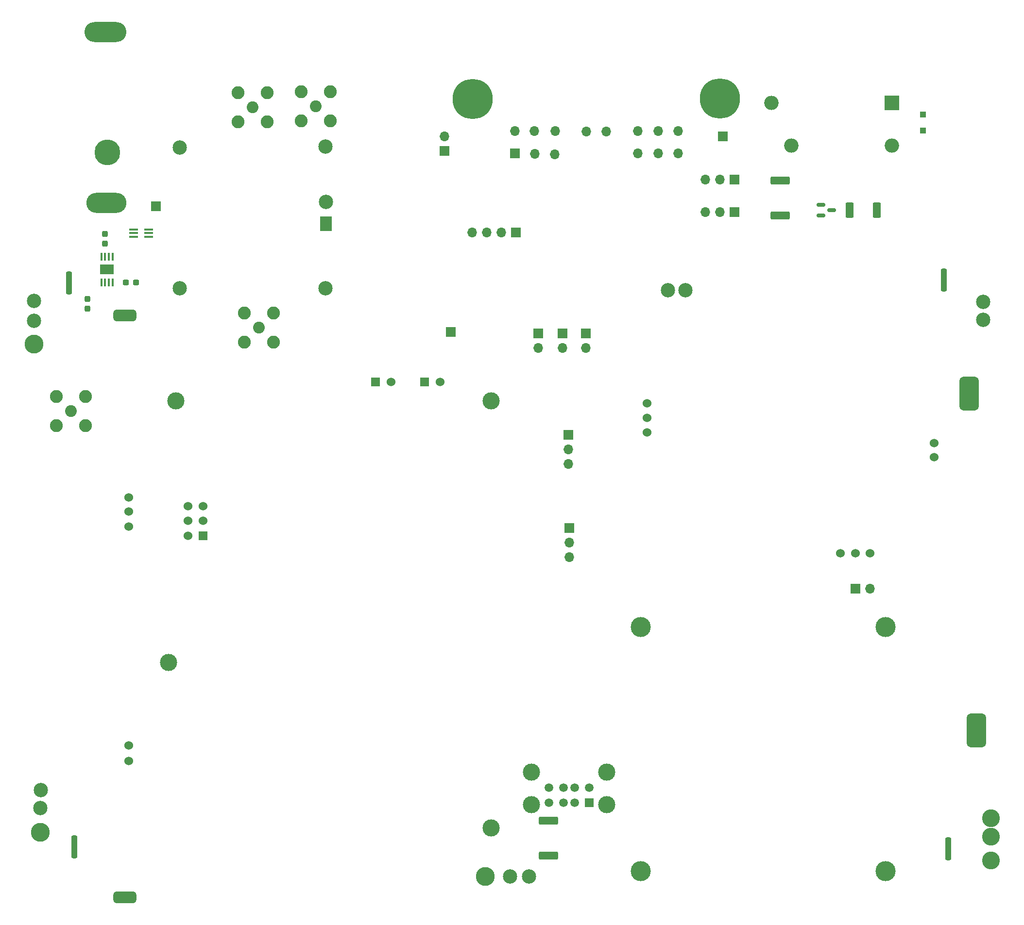
<source format=gts>
G04 #@! TF.GenerationSoftware,KiCad,Pcbnew,(6.0.1)*
G04 #@! TF.CreationDate,2022-05-02T18:59:31-07:00*
G04 #@! TF.ProjectId,Motherboard,4d6f7468-6572-4626-9f61-72642e6b6963,rev?*
G04 #@! TF.SameCoordinates,Original*
G04 #@! TF.FileFunction,Soldermask,Top*
G04 #@! TF.FilePolarity,Negative*
%FSLAX46Y46*%
G04 Gerber Fmt 4.6, Leading zero omitted, Abs format (unit mm)*
G04 Created by KiCad (PCBNEW (6.0.1)) date 2022-05-02 18:59:31*
%MOMM*%
%LPD*%
G01*
G04 APERTURE LIST*
G04 Aperture macros list*
%AMRoundRect*
0 Rectangle with rounded corners*
0 $1 Rounding radius*
0 $2 $3 $4 $5 $6 $7 $8 $9 X,Y pos of 4 corners*
0 Add a 4 corners polygon primitive as box body*
4,1,4,$2,$3,$4,$5,$6,$7,$8,$9,$2,$3,0*
0 Add four circle primitives for the rounded corners*
1,1,$1+$1,$2,$3*
1,1,$1+$1,$4,$5*
1,1,$1+$1,$6,$7*
1,1,$1+$1,$8,$9*
0 Add four rect primitives between the rounded corners*
20,1,$1+$1,$2,$3,$4,$5,0*
20,1,$1+$1,$4,$5,$6,$7,0*
20,1,$1+$1,$6,$7,$8,$9,0*
20,1,$1+$1,$8,$9,$2,$3,0*%
G04 Aperture macros list end*
%ADD10C,1.524000*%
%ADD11C,3.000000*%
%ADD12R,1.524000X1.524000*%
%ADD13C,2.500000*%
%ADD14RoundRect,0.850000X-0.850000X-2.150000X0.850000X-2.150000X0.850000X2.150000X-0.850000X2.150000X0*%
%ADD15C,3.300000*%
%ADD16C,3.100000*%
%ADD17RoundRect,0.850000X0.850000X2.150000X-0.850000X2.150000X-0.850000X-2.150000X0.850000X-2.150000X0*%
%ADD18R,1.700000X1.700000*%
%ADD19O,1.700000X1.700000*%
%ADD20C,7.000000*%
%ADD21C,2.050000*%
%ADD22C,2.250000*%
%ADD23R,2.500000X2.500000*%
%ADD24O,2.500000X2.500000*%
%ADD25RoundRect,0.237500X-0.300000X-0.237500X0.300000X-0.237500X0.300000X0.237500X-0.300000X0.237500X0*%
%ADD26RoundRect,0.500000X1.500000X-0.500000X1.500000X0.500000X-1.500000X0.500000X-1.500000X-0.500000X0*%
%ADD27O,7.000000X3.500000*%
%ADD28O,7.300000X3.500000*%
%ADD29C,4.500000*%
%ADD30RoundRect,0.250000X-0.250000X-1.750000X0.250000X-1.750000X0.250000X1.750000X-0.250000X1.750000X0*%
%ADD31RoundRect,0.237500X-0.237500X0.300000X-0.237500X-0.300000X0.237500X-0.300000X0.237500X0.300000X0*%
%ADD32R,1.500000X1.500000*%
%ADD33C,1.500000*%
%ADD34C,3.500000*%
%ADD35RoundRect,0.249999X-1.425001X0.450001X-1.425001X-0.450001X1.425001X-0.450001X1.425001X0.450001X0*%
%ADD36R,1.100000X1.100000*%
%ADD37RoundRect,0.249999X0.450001X1.075001X-0.450001X1.075001X-0.450001X-1.075001X0.450001X-1.075001X0*%
%ADD38R,0.431800X1.346200*%
%ADD39R,2.413000X1.778000*%
%ADD40R,1.500000X0.400000*%
%ADD41R,2.000000X2.500000*%
%ADD42RoundRect,0.150000X-0.587500X-0.150000X0.587500X-0.150000X0.587500X0.150000X-0.587500X0.150000X0*%
G04 APERTURE END LIST*
D10*
X234745000Y-117755000D03*
X234745000Y-120355000D03*
X268495000Y-143955000D03*
X284845000Y-124705000D03*
X234745000Y-122855000D03*
X271095000Y-143955000D03*
X273595000Y-143955000D03*
X284845000Y-127205000D03*
D11*
X152650000Y-117355000D03*
X207550000Y-117355000D03*
X151350000Y-162955000D03*
X207550000Y-191855000D03*
D10*
X154750000Y-138255000D03*
X154750000Y-140855000D03*
X154750000Y-135755000D03*
X157350000Y-138255000D03*
D12*
X157350000Y-140855000D03*
D10*
X157350000Y-135755000D03*
X190110000Y-114055000D03*
D12*
X187410000Y-114055000D03*
D10*
X198710000Y-114055000D03*
D12*
X196010000Y-114055000D03*
D13*
X127895000Y-99950000D03*
D14*
X290895000Y-116050000D03*
D13*
X293395000Y-103250000D03*
X238395000Y-98050000D03*
X127895000Y-103350000D03*
X241495000Y-98063948D03*
D15*
X127895000Y-107450000D03*
D13*
X293395000Y-100050000D03*
D16*
X294700000Y-197550000D03*
D13*
X129000000Y-188350000D03*
D17*
X292200000Y-174850000D03*
D13*
X210900000Y-200350000D03*
X129100000Y-185250000D03*
D15*
X206600000Y-200350000D03*
X129000000Y-192650000D03*
D13*
X214204026Y-200350000D03*
D16*
X294700000Y-193350000D03*
X294700000Y-190150000D03*
D18*
X211700000Y-74167500D03*
D19*
X211700000Y-70287500D03*
X215250000Y-74237500D03*
X215150000Y-70287500D03*
X218700000Y-74337500D03*
X218750000Y-70287500D03*
X224200000Y-70337500D03*
X227700000Y-70387500D03*
X233200000Y-74137500D03*
X233200000Y-70237500D03*
X236700000Y-74137500D03*
X236700000Y-70237500D03*
X240200000Y-74187500D03*
X240200000Y-70237500D03*
D20*
X247450000Y-64637500D03*
X204400000Y-64687500D03*
D18*
X200600000Y-105300000D03*
D21*
X177000000Y-66000000D03*
D22*
X174460000Y-63460000D03*
X179540000Y-63460000D03*
X179540000Y-68540000D03*
X174460000Y-68540000D03*
D23*
X277407500Y-65342500D03*
D24*
X256407500Y-65342500D03*
X259907500Y-72842500D03*
X277407500Y-72842500D03*
D25*
X143937500Y-96663454D03*
X145662500Y-96663454D03*
D18*
X224075000Y-105600000D03*
D19*
X224075000Y-108140000D03*
D26*
X143755000Y-102450000D03*
X143755000Y-203950000D03*
D10*
X144455000Y-136680000D03*
X144455000Y-139280000D03*
X144455000Y-134180000D03*
X144455000Y-177450000D03*
X144455000Y-180150000D03*
D27*
X140567500Y-82800000D03*
D28*
X140367500Y-53000000D03*
D29*
X140667500Y-74000000D03*
D21*
X134366000Y-119126000D03*
D22*
X131826000Y-116586000D03*
X136906000Y-116586000D03*
X131826000Y-121666000D03*
X136906000Y-121666000D03*
D18*
X221050000Y-123250000D03*
D19*
X221050000Y-125790000D03*
X221050000Y-128330000D03*
D18*
X215775000Y-105600000D03*
D19*
X215775000Y-108140000D03*
D18*
X250000000Y-78750000D03*
D19*
X247460000Y-78750000D03*
X244920000Y-78750000D03*
D30*
X287250000Y-195500000D03*
D18*
X248000000Y-71250000D03*
D31*
X140300000Y-88237500D03*
X140300000Y-89962500D03*
D32*
X224670000Y-187450000D03*
D33*
X222170000Y-187450000D03*
X220170000Y-187450000D03*
X217670000Y-187450000D03*
X224670000Y-184830000D03*
X222170000Y-184830000D03*
X220170000Y-184830000D03*
X217670000Y-184830000D03*
D11*
X214600000Y-182120000D03*
X214600000Y-187800000D03*
X227740000Y-187800000D03*
X227740000Y-182120000D03*
D18*
X149200000Y-83400000D03*
D34*
X276300000Y-156800000D03*
D35*
X258000000Y-78950000D03*
X258000000Y-85050000D03*
D30*
X134950000Y-195200000D03*
D18*
X220075000Y-105600000D03*
D19*
X220075000Y-108140000D03*
D31*
X137200000Y-99537500D03*
X137200000Y-101262500D03*
D35*
X217570000Y-190570000D03*
X217570000Y-196670000D03*
D36*
X282900000Y-70200000D03*
X282900000Y-67400000D03*
D18*
X221225000Y-139575000D03*
D19*
X221225000Y-142115000D03*
X221225000Y-144655000D03*
D18*
X250000000Y-84400000D03*
D19*
X247460000Y-84400000D03*
X244920000Y-84400000D03*
D37*
X274850000Y-84100000D03*
X270050000Y-84100000D03*
D38*
X141622860Y-92214050D03*
X140972620Y-92214050D03*
X140322380Y-92214050D03*
X139672140Y-92214050D03*
X139672140Y-96659050D03*
X140322380Y-96659050D03*
X140972620Y-96659050D03*
X141622860Y-96659050D03*
D39*
X140647500Y-94436550D03*
D30*
X286500000Y-96250000D03*
D34*
X276300000Y-199400000D03*
D18*
X211900000Y-88000000D03*
D19*
X209360000Y-88000000D03*
X206820000Y-88000000D03*
X204280000Y-88000000D03*
D40*
X147930000Y-88750000D03*
X147930000Y-88100000D03*
X147930000Y-87450000D03*
X145270000Y-87450000D03*
X145270000Y-88100000D03*
X145270000Y-88750000D03*
D30*
X134050000Y-96750000D03*
D18*
X199475000Y-73750000D03*
D19*
X199475000Y-71210000D03*
D34*
X233700000Y-156800000D03*
D18*
X271100000Y-150125000D03*
D19*
X273640000Y-150125000D03*
D13*
X178732000Y-97729000D03*
X153332000Y-73129000D03*
X178732000Y-73029000D03*
X153332000Y-97729000D03*
D41*
X178832000Y-86429000D03*
D13*
X178832000Y-82629000D03*
D21*
X166032000Y-66129000D03*
D22*
X163492000Y-68669000D03*
X163492000Y-63589000D03*
X168572000Y-63589000D03*
X168572000Y-68669000D03*
D21*
X167132000Y-104559000D03*
D22*
X169672000Y-102019000D03*
X169672000Y-107099000D03*
X164592000Y-102019000D03*
X164592000Y-107099000D03*
D34*
X233700000Y-199400000D03*
D42*
X265062500Y-83150000D03*
X265062500Y-85050000D03*
X266937500Y-84100000D03*
M02*

</source>
